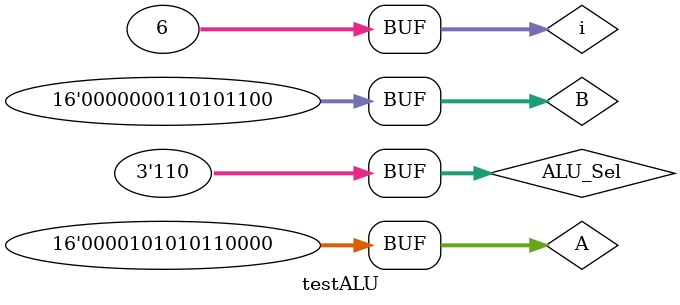
<source format=sv>
`timescale 1ns / 1ps

module testALU;

    //inputs
    reg[15:0] A,B;
    reg[2:0] ALU_Sel;

    //outputs
    wire [15:0] ALU_Out;

    integer i;
    alu test(   A,B,
                ALU_Sel,
                ALU_Out);

    initial begin
        $dumpfile("dumpfile.vcd");
        $dumpvars;

        A = 16'h0AB0;
        B = 16'h01AC;
        ALU_Sel = 3'h0;

        for (i = 0; i < 6; i=i+1) //for 6 times for 5 operations
        
        begin
            ALU_Sel = ALU_Sel +  3'h1;
            #10;
        end
    end
endmodule
</source>
